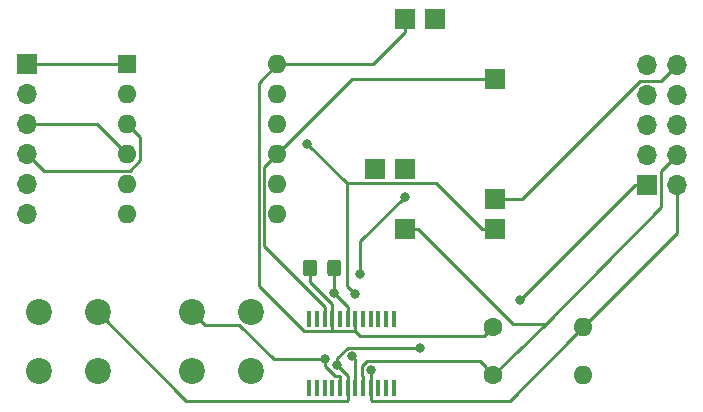
<source format=gbr>
G04 #@! TF.GenerationSoftware,KiCad,Pcbnew,(5.1.5)-3*
G04 #@! TF.CreationDate,2020-02-17T19:36:34-06:00*
G04 #@! TF.ProjectId,ledgrid_programmer,6c656467-7269-4645-9f70-726f6772616d,rev?*
G04 #@! TF.SameCoordinates,Original*
G04 #@! TF.FileFunction,Copper,L1,Top*
G04 #@! TF.FilePolarity,Positive*
%FSLAX46Y46*%
G04 Gerber Fmt 4.6, Leading zero omitted, Abs format (unit mm)*
G04 Created by KiCad (PCBNEW (5.1.5)-3) date 2020-02-17 19:36:34*
%MOMM*%
%LPD*%
G04 APERTURE LIST*
%ADD10C,2.200000*%
%ADD11C,0.100000*%
%ADD12O,1.600000X1.600000*%
%ADD13C,1.600000*%
%ADD14O,1.700000X1.700000*%
%ADD15R,1.700000X1.700000*%
%ADD16R,1.600000X1.600000*%
%ADD17R,0.450000X1.475000*%
%ADD18C,0.800000*%
%ADD19C,0.250000*%
G04 APERTURE END LIST*
D10*
X98750000Y-106000000D03*
X93750000Y-106000000D03*
X98750000Y-101000000D03*
X93750000Y-101000000D03*
X85750000Y-106000000D03*
X80750000Y-106000000D03*
X85750000Y-101000000D03*
X80750000Y-101000000D03*
G04 #@! TA.AperFunction,SMDPad,CuDef*
D11*
G36*
X104074505Y-96551204D02*
G01*
X104098773Y-96554804D01*
X104122572Y-96560765D01*
X104145671Y-96569030D01*
X104167850Y-96579520D01*
X104188893Y-96592132D01*
X104208599Y-96606747D01*
X104226777Y-96623223D01*
X104243253Y-96641401D01*
X104257868Y-96661107D01*
X104270480Y-96682150D01*
X104280970Y-96704329D01*
X104289235Y-96727428D01*
X104295196Y-96751227D01*
X104298796Y-96775495D01*
X104300000Y-96799999D01*
X104300000Y-97700001D01*
X104298796Y-97724505D01*
X104295196Y-97748773D01*
X104289235Y-97772572D01*
X104280970Y-97795671D01*
X104270480Y-97817850D01*
X104257868Y-97838893D01*
X104243253Y-97858599D01*
X104226777Y-97876777D01*
X104208599Y-97893253D01*
X104188893Y-97907868D01*
X104167850Y-97920480D01*
X104145671Y-97930970D01*
X104122572Y-97939235D01*
X104098773Y-97945196D01*
X104074505Y-97948796D01*
X104050001Y-97950000D01*
X103399999Y-97950000D01*
X103375495Y-97948796D01*
X103351227Y-97945196D01*
X103327428Y-97939235D01*
X103304329Y-97930970D01*
X103282150Y-97920480D01*
X103261107Y-97907868D01*
X103241401Y-97893253D01*
X103223223Y-97876777D01*
X103206747Y-97858599D01*
X103192132Y-97838893D01*
X103179520Y-97817850D01*
X103169030Y-97795671D01*
X103160765Y-97772572D01*
X103154804Y-97748773D01*
X103151204Y-97724505D01*
X103150000Y-97700001D01*
X103150000Y-96799999D01*
X103151204Y-96775495D01*
X103154804Y-96751227D01*
X103160765Y-96727428D01*
X103169030Y-96704329D01*
X103179520Y-96682150D01*
X103192132Y-96661107D01*
X103206747Y-96641401D01*
X103223223Y-96623223D01*
X103241401Y-96606747D01*
X103261107Y-96592132D01*
X103282150Y-96579520D01*
X103304329Y-96569030D01*
X103327428Y-96560765D01*
X103351227Y-96554804D01*
X103375495Y-96551204D01*
X103399999Y-96550000D01*
X104050001Y-96550000D01*
X104074505Y-96551204D01*
G37*
G04 #@! TD.AperFunction*
G04 #@! TA.AperFunction,SMDPad,CuDef*
G36*
X106124505Y-96551204D02*
G01*
X106148773Y-96554804D01*
X106172572Y-96560765D01*
X106195671Y-96569030D01*
X106217850Y-96579520D01*
X106238893Y-96592132D01*
X106258599Y-96606747D01*
X106276777Y-96623223D01*
X106293253Y-96641401D01*
X106307868Y-96661107D01*
X106320480Y-96682150D01*
X106330970Y-96704329D01*
X106339235Y-96727428D01*
X106345196Y-96751227D01*
X106348796Y-96775495D01*
X106350000Y-96799999D01*
X106350000Y-97700001D01*
X106348796Y-97724505D01*
X106345196Y-97748773D01*
X106339235Y-97772572D01*
X106330970Y-97795671D01*
X106320480Y-97817850D01*
X106307868Y-97838893D01*
X106293253Y-97858599D01*
X106276777Y-97876777D01*
X106258599Y-97893253D01*
X106238893Y-97907868D01*
X106217850Y-97920480D01*
X106195671Y-97930970D01*
X106172572Y-97939235D01*
X106148773Y-97945196D01*
X106124505Y-97948796D01*
X106100001Y-97950000D01*
X105449999Y-97950000D01*
X105425495Y-97948796D01*
X105401227Y-97945196D01*
X105377428Y-97939235D01*
X105354329Y-97930970D01*
X105332150Y-97920480D01*
X105311107Y-97907868D01*
X105291401Y-97893253D01*
X105273223Y-97876777D01*
X105256747Y-97858599D01*
X105242132Y-97838893D01*
X105229520Y-97817850D01*
X105219030Y-97795671D01*
X105210765Y-97772572D01*
X105204804Y-97748773D01*
X105201204Y-97724505D01*
X105200000Y-97700001D01*
X105200000Y-96799999D01*
X105201204Y-96775495D01*
X105204804Y-96751227D01*
X105210765Y-96727428D01*
X105219030Y-96704329D01*
X105229520Y-96682150D01*
X105242132Y-96661107D01*
X105256747Y-96641401D01*
X105273223Y-96623223D01*
X105291401Y-96606747D01*
X105311107Y-96592132D01*
X105332150Y-96579520D01*
X105354329Y-96569030D01*
X105377428Y-96560765D01*
X105401227Y-96554804D01*
X105425495Y-96551204D01*
X105449999Y-96550000D01*
X106100001Y-96550000D01*
X106124505Y-96551204D01*
G37*
G04 #@! TD.AperFunction*
D12*
X126870000Y-106300000D03*
D13*
X119250000Y-106300000D03*
D12*
X126870000Y-102250000D03*
D13*
X119250000Y-102250000D03*
D14*
X79750000Y-92700000D03*
X79750000Y-90160000D03*
X79750000Y-87620000D03*
X79750000Y-85080000D03*
X79750000Y-82540000D03*
D15*
X79750000Y-80000000D03*
D12*
X100950000Y-80000000D03*
X88250000Y-92700000D03*
X100950000Y-82540000D03*
X88250000Y-90160000D03*
X100950000Y-85080000D03*
X88250000Y-87620000D03*
X100950000Y-87620000D03*
X88250000Y-85080000D03*
X100950000Y-90160000D03*
X88250000Y-82540000D03*
X100950000Y-92700000D03*
D16*
X88250000Y-80000000D03*
D15*
X119380000Y-81280000D03*
X114300000Y-76200000D03*
X111760000Y-76200000D03*
X111760000Y-88900000D03*
X119380000Y-91440000D03*
D14*
X134790000Y-80090000D03*
X132250000Y-80090000D03*
X134790000Y-82630000D03*
X132250000Y-82630000D03*
X134790000Y-85170000D03*
X132250000Y-85170000D03*
X134790000Y-87710000D03*
X132250000Y-87710000D03*
X134790000Y-90250000D03*
D15*
X132250000Y-90250000D03*
X119380000Y-93980000D03*
X111760000Y-93980000D03*
X109220000Y-88900000D03*
D17*
X103675000Y-101562000D03*
X104325000Y-101562000D03*
X104975000Y-101562000D03*
X105625000Y-101562000D03*
X106275000Y-101562000D03*
X106925000Y-101562000D03*
X107575000Y-101562000D03*
X108225000Y-101562000D03*
X108875000Y-101562000D03*
X109525000Y-101562000D03*
X110175000Y-101562000D03*
X110825000Y-101562000D03*
X110825000Y-107438000D03*
X110175000Y-107438000D03*
X109525000Y-107438000D03*
X108875000Y-107438000D03*
X108225000Y-107438000D03*
X107575000Y-107438000D03*
X106925000Y-107438000D03*
X106275000Y-107438000D03*
X105625000Y-107438000D03*
X104975000Y-107438000D03*
X104325000Y-107438000D03*
X103675000Y-107438000D03*
D18*
X121500000Y-100000000D03*
X105750000Y-99399500D03*
X108875000Y-105875000D03*
X103500000Y-86750000D03*
X107250000Y-104750000D03*
X107500000Y-99500000D03*
X106000000Y-105500000D03*
X113000000Y-104000000D03*
X111750000Y-91250000D03*
X108000000Y-97750000D03*
X105000000Y-105000000D03*
D19*
X99824999Y-95424499D02*
X104975000Y-100574500D01*
X99824999Y-88745001D02*
X99824999Y-95424499D01*
X104975000Y-100574500D02*
X104975000Y-101562000D01*
X100950000Y-87620000D02*
X99824999Y-88745001D01*
X107290000Y-81280000D02*
X119380000Y-81280000D01*
X100950000Y-87620000D02*
X107290000Y-81280000D01*
X111760000Y-77300000D02*
X111760000Y-76200000D01*
X109060000Y-80000000D02*
X111760000Y-77300000D01*
X100950000Y-80000000D02*
X109060000Y-80000000D01*
X105549999Y-102624501D02*
X105625000Y-102549500D01*
X99374990Y-98809492D02*
X103189999Y-102624501D01*
X99374990Y-81575010D02*
X99374990Y-98809492D01*
X105625000Y-102549500D02*
X105625000Y-101562000D01*
X100950000Y-80000000D02*
X99374990Y-81575010D01*
X105375499Y-102624501D02*
X107499999Y-102624501D01*
X107575000Y-102549500D02*
X107575000Y-101562000D01*
X105375499Y-102624501D02*
X105549999Y-102624501D01*
X107499999Y-102624501D02*
X107575000Y-102549500D01*
X103189999Y-102624501D02*
X105375499Y-102624501D01*
X118450001Y-103049999D02*
X119250000Y-102250000D01*
X107925497Y-103049999D02*
X118450001Y-103049999D01*
X107499999Y-102624501D02*
X107925497Y-103049999D01*
X131250000Y-90250000D02*
X132250000Y-90250000D01*
X121500000Y-100000000D02*
X131250000Y-90250000D01*
X103725000Y-98447502D02*
X105625000Y-100347502D01*
X105625000Y-100574500D02*
X105625000Y-101562000D01*
X105625000Y-100347502D02*
X105625000Y-100574500D01*
X103725000Y-97250000D02*
X103725000Y-98447502D01*
X106925000Y-100574500D02*
X105750000Y-99399500D01*
X106925000Y-101562000D02*
X106925000Y-100574500D01*
X105750000Y-99399500D02*
X105750000Y-99399500D01*
X105750000Y-97275000D02*
X105775000Y-97250000D01*
X105750000Y-99399500D02*
X105750000Y-97275000D01*
X134790000Y-94330000D02*
X126870000Y-102250000D01*
X134790000Y-90250000D02*
X134790000Y-94330000D01*
X126070001Y-103049999D02*
X126870000Y-102250000D01*
X120619499Y-108500501D02*
X126070001Y-103049999D01*
X108950001Y-108500501D02*
X120619499Y-108500501D01*
X108875000Y-108425500D02*
X108950001Y-108500501D01*
X108875000Y-107438000D02*
X108875000Y-108425500D01*
X108875000Y-107438000D02*
X108875000Y-105875000D01*
X108875000Y-105875000D02*
X108875000Y-105875000D01*
X133940001Y-88559999D02*
X134790000Y-87710000D01*
X133425001Y-89074999D02*
X133940001Y-88559999D01*
X133425001Y-92124999D02*
X133425001Y-89074999D01*
X120880000Y-102000000D02*
X123750000Y-102000000D01*
X112860000Y-93980000D02*
X120880000Y-102000000D01*
X111760000Y-93980000D02*
X112860000Y-93980000D01*
X119250000Y-106300000D02*
X123750000Y-102000000D01*
X123750000Y-102000000D02*
X133425001Y-92124999D01*
X118450001Y-105500001D02*
X119250000Y-106300000D01*
X108526999Y-105149999D02*
X118099999Y-105149999D01*
X108149999Y-105526999D02*
X108526999Y-105149999D01*
X118099999Y-105149999D02*
X118450001Y-105500001D01*
X108149999Y-106375499D02*
X108149999Y-105526999D01*
X108225000Y-106450500D02*
X108149999Y-106375499D01*
X108225000Y-107438000D02*
X108225000Y-106450500D01*
X114375001Y-90075001D02*
X106825001Y-90075001D01*
X119380000Y-93980000D02*
X118280000Y-93980000D01*
X118280000Y-93980000D02*
X114375001Y-90075001D01*
X106825001Y-90075001D02*
X103500000Y-86750000D01*
X103500000Y-86750000D02*
X103500000Y-86750000D01*
X106825001Y-90075001D02*
X106825001Y-98825001D01*
X106825001Y-98825001D02*
X107500000Y-99500000D01*
X107500000Y-99500000D02*
X107500000Y-99500000D01*
X107500000Y-107363000D02*
X107575000Y-107438000D01*
X107500000Y-105500000D02*
X107500000Y-107363000D01*
X107500000Y-105500000D02*
X107500000Y-105000000D01*
X107500000Y-105000000D02*
X107250000Y-104750000D01*
X107250000Y-104750000D02*
X107250000Y-104750000D01*
X106925000Y-106425000D02*
X106925000Y-107438000D01*
X106000000Y-105500000D02*
X106925000Y-106425000D01*
X106000000Y-104926998D02*
X106926998Y-104000000D01*
X106000000Y-105500000D02*
X106000000Y-104926998D01*
X106926998Y-104000000D02*
X113000000Y-104000000D01*
X113000000Y-104000000D02*
X113000000Y-104000000D01*
X133425001Y-81454999D02*
X133940001Y-80939999D01*
X131685999Y-81454999D02*
X133425001Y-81454999D01*
X121700998Y-91440000D02*
X131685999Y-81454999D01*
X133940001Y-80939999D02*
X134790000Y-80090000D01*
X119380000Y-91440000D02*
X121700998Y-91440000D01*
X106925000Y-108425500D02*
X106925000Y-107438000D01*
X85750000Y-101000000D02*
X93250501Y-108500501D01*
X106849999Y-108500501D02*
X106925000Y-108425500D01*
X93250501Y-108500501D02*
X106849999Y-108500501D01*
X111750000Y-91250000D02*
X108000000Y-95000000D01*
X108000000Y-95000000D02*
X108000000Y-97750000D01*
X108000000Y-97750000D02*
X108000000Y-97750000D01*
X106275000Y-106450500D02*
X106275000Y-107438000D01*
X106199999Y-106375499D02*
X106275000Y-106450500D01*
X105802497Y-106375499D02*
X106199999Y-106375499D01*
X105000000Y-105573002D02*
X105802497Y-106375499D01*
X105000000Y-105000000D02*
X105000000Y-105573002D01*
X104434315Y-105000000D02*
X105000000Y-105000000D01*
X97740997Y-102099999D02*
X100640998Y-105000000D01*
X94849999Y-102099999D02*
X97740997Y-102099999D01*
X100640998Y-105000000D02*
X104434315Y-105000000D01*
X93750000Y-101000000D02*
X94849999Y-102099999D01*
X85710000Y-85080000D02*
X88250000Y-87620000D01*
X79750000Y-85080000D02*
X85710000Y-85080000D01*
X89049999Y-85879999D02*
X88250000Y-85080000D01*
X89375001Y-86205001D02*
X89049999Y-85879999D01*
X89375001Y-88160001D02*
X89375001Y-86205001D01*
X81164999Y-89034999D02*
X88500003Y-89034999D01*
X88500003Y-89034999D02*
X89375001Y-88160001D01*
X79750000Y-87620000D02*
X81164999Y-89034999D01*
X79750000Y-80000000D02*
X88250000Y-80000000D01*
M02*

</source>
